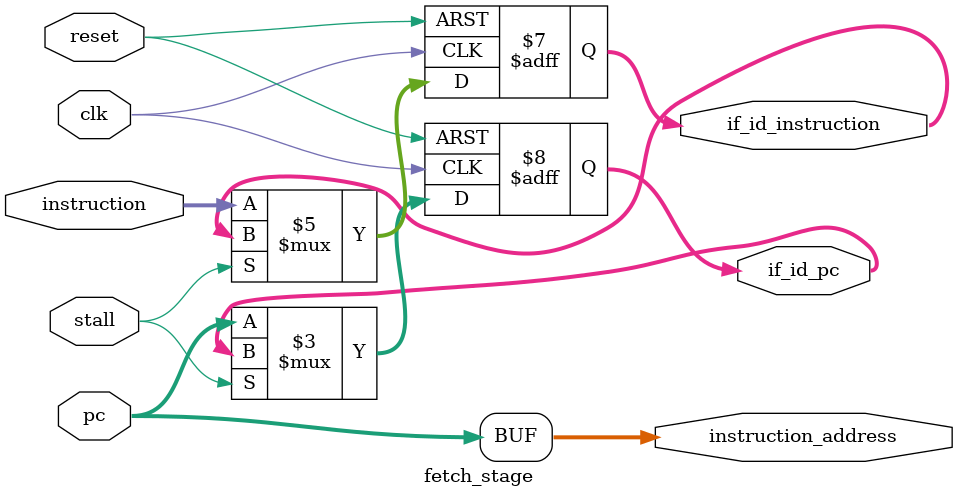
<source format=v>
module fetch_stage (
    input wire clk,
    input wire reset,
    input wire stall,
    input wire [31:0] pc,
    input wire [31:0] instruction,
    
    output reg [31:0] if_id_instruction,
    output reg [31:0] if_id_pc,
    output wire [31:0] instruction_address
);

    assign instruction_address = pc;

    always @(posedge clk or posedge reset) begin
        if (reset) begin
            if_id_instruction <= 32'h0;
            if_id_pc <= 32'h0;
        end else if (!stall) begin
            if_id_instruction <= instruction;
            if_id_pc <= pc;
        end
    end

endmodule
</source>
